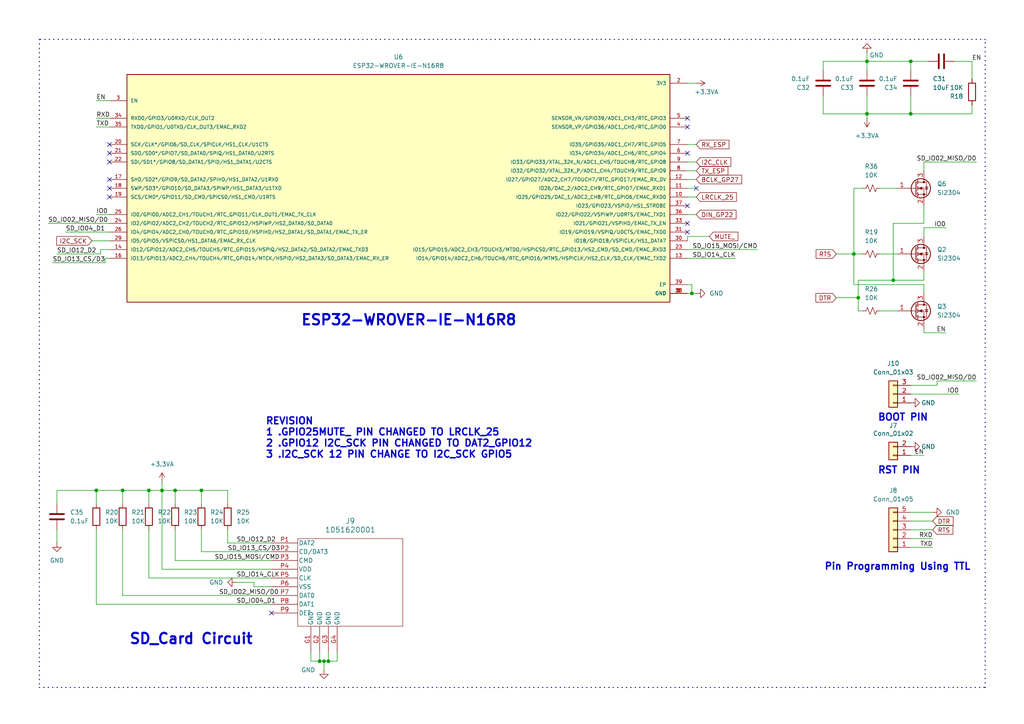
<source format=kicad_sch>
(kicad_sch (version 20250114) (generator "eeschema") (generator_version "9.0")
  (paper "A4")
  (lib_symbols
    (symbol "Connector_Generic:Conn_01x02" (pin_names (offset 1.016) (hide yes))
      (property "Reference" "J" (at 0 2.54 0))
      (property "Value" "Conn_01x02" (at 0 -5.08 0))
      (symbol "Conn_01x02_1_1"
        (rectangle (start -1.27 1.27) (end 1.27 -3.81) (stroke (width 0.254)) (fill (type background)))
        (rectangle (start -1.27 0.127) (end 0 -0.127) (stroke (width 0.1524)))
        (rectangle (start -1.27 -2.413) (end 0 -2.667) (stroke (width 0.1524)))
        (pin passive line (at -5.08 0 0) (length 3.81) (name "Pin_1") (number "1"))
        (pin passive line (at -5.08 -2.54 0) (length 3.81) (name "Pin_2") (number "2"))
      )
    )
    (symbol "Connector_Generic:Conn_01x03" (pin_names (offset 1.016) (hide yes))
      (property "Reference" "J" (at 0 5.08 0))
      (property "Value" "Conn_01x03" (at 0 -5.08 0))
      (symbol "Conn_01x03_1_1"
        (rectangle (start -1.27 3.81) (end 1.27 -3.81) (stroke (width 0.254)) (fill (type background)))
        (rectangle (start -1.27 2.667) (end 0 2.413) (stroke (width 0.1524)))
        (rectangle (start -1.27 0.127) (end 0 -0.127) (stroke (width 0.1524)))
        (rectangle (start -1.27 -2.413) (end 0 -2.667) (stroke (width 0.1524)))
        (pin passive line (at -5.08 2.54 0) (length 3.81) (name "Pin_1") (number "1"))
        (pin passive line (at -5.08 0 0) (length 3.81) (name "Pin_2") (number "2"))
        (pin passive line (at -5.08 -2.54 0) (length 3.81) (name "Pin_3") (number "3"))
      )
    )
    (symbol "Connector_Generic:Conn_01x05" (pin_names (offset 1.016) (hide yes))
      (property "Reference" "J" (at 0 7.62 0))
      (property "Value" "Conn_01x05" (at 0 -7.62 0))
      (symbol "Conn_01x05_1_1"
        (rectangle (start -1.27 6.35) (end 1.27 -6.35) (stroke (width 0.254)) (fill (type background)))
        (rectangle (start -1.27 5.207) (end 0 4.953) (stroke (width 0.1524)))
        (rectangle (start -1.27 2.667) (end 0 2.413) (stroke (width 0.1524)))
        (rectangle (start -1.27 0.127) (end 0 -0.127) (stroke (width 0.1524)))
        (rectangle (start -1.27 -2.413) (end 0 -2.667) (stroke (width 0.1524)))
        (rectangle (start -1.27 -4.953) (end 0 -5.207) (stroke (width 0.1524)))
        (pin passive line (at -5.08 5.08 0) (length 3.81) (name "Pin_1") (number "1"))
        (pin passive line (at -5.08 2.54 0) (length 3.81) (name "Pin_2") (number "2"))
        (pin passive line (at -5.08 0 0) (length 3.81) (name "Pin_3") (number "3"))
        (pin passive line (at -5.08 -2.54 0) (length 3.81) (name "Pin_4") (number "4"))
        (pin passive line (at -5.08 -5.08 0) (length 3.81) (name "Pin_5") (number "5"))
      )
    )
    (symbol "Device:C" (pin_numbers (hide yes)) (pin_names (offset 0.254))
      (property "Reference" "C" (at 0.635 2.54 0))
      (property "Value" "C" (at 0.635 -2.54 0))
      (symbol "C_0_1"
        (polyline (pts (xy -2.032 0.762) (xy 2.032 0.762)) (stroke (width 0.508)))
        (polyline (pts (xy -2.032 -0.762) (xy 2.032 -0.762)) (stroke (width 0.508)))
      )
      (symbol "C_1_1"
        (pin passive line (at 0 3.81 270) (length 2.794) (name "~") (number "1"))
        (pin passive line (at 0 -3.81 90) (length 2.794) (name "~") (number "2"))
      )
    )
    (symbol "Device:Q_NMOS_GSD" (pin_names (offset 0) (hide yes))
      (property "Reference" "Q" (at 5.08 1.27 0))
      (property "Value" "Q_NMOS_GSD" (at 5.08 -1.27 0))
      (symbol "Q_NMOS_GSD_0_1"
        (polyline (pts (xy 0.254 1.905) (xy 0.254 -1.905)) (stroke (width 0.254)))
        (polyline (pts (xy 0.254 0) (xy -2.54 0)))
        (polyline (pts (xy 0.762 2.286) (xy 0.762 1.27)) (stroke (width 0.254)))
        (polyline (pts (xy 0.762 0.508) (xy 0.762 -0.508)) (stroke (width 0.254)))
        (polyline (pts (xy 0.762 -1.27) (xy 0.762 -2.286)) (stroke (width 0.254)))
        (polyline (pts (xy 0.762 -1.778) (xy 3.302 -1.778) (xy 3.302 1.778) (xy 0.762 1.778)))
        (polyline (pts (xy 1.016 0) (xy 2.032 0.381) (xy 2.032 -0.381) (xy 1.016 0)) (fill (type outline)))
        (circle (center 1.651 0) (radius 2.794) (stroke (width 0.254)))
        (polyline (pts (xy 2.54 2.54) (xy 2.54 1.778)))
        (circle (center 2.54 1.778) (radius 0.254) (fill (type outline)))
        (circle (center 2.54 -1.778) (radius 0.254) (fill (type outline)))
        (polyline (pts (xy 2.54 -2.54) (xy 2.54 0) (xy 0.762 0)))
        (polyline (pts (xy 2.794 0.508) (xy 2.921 0.381) (xy 3.683 0.381) (xy 3.81 0.254)))
        (polyline (pts (xy 3.302 0.381) (xy 2.921 -0.254) (xy 3.683 -0.254) (xy 3.302 0.381)))
      )
      (symbol "Q_NMOS_GSD_1_1"
        (pin input line (at -5.08 0 0) (length 2.54) (name "G") (number "1"))
        (pin passive line (at 2.54 5.08 270) (length 2.54) (name "D") (number "3"))
        (pin passive line (at 2.54 -5.08 90) (length 2.54) (name "S") (number "2"))
      )
    )
    (symbol "Device:R" (pin_numbers (hide yes)) (pin_names (offset 0))
      (property "Reference" "R" (at 2.032 0 90))
      (property "Value" "R" (at 0 0 90))
      (symbol "R_0_1"
        (rectangle (start -1.016 -2.54) (end 1.016 2.54) (stroke (width 0.254)))
      )
      (symbol "R_1_1"
        (pin passive line (at 0 3.81 270) (length 1.27) (name "~") (number "1"))
        (pin passive line (at 0 -3.81 90) (length 1.27) (name "~") (number "2"))
      )
    )
    (symbol "Device:R_Small_US" (pin_numbers (hide yes)) (pin_names (offset 0.254) (hide yes))
      (property "Reference" "R" (at 0.762 0.508 0))
      (property "Value" "R_Small_US" (at 0.762 -1.016 0))
      (symbol "R_Small_US_1_1"
        (polyline (pts (xy 0 1.524) (xy 1.016 1.143) (xy 0 0.762) (xy -1.016 0.381) (xy 0 0)))
        (polyline (pts (xy 0 0) (xy 1.016 -0.381) (xy 0 -0.762) (xy -1.016 -1.143) (xy 0 -1.524)))
        (pin passive line (at 0 2.54 270) (length 1.016) (name "~") (number "1"))
        (pin passive line (at 0 -2.54 90) (length 1.016) (name "~") (number "2"))
      )
    )
    (symbol "Dotworld:1051620001" (pin_names (offset 0.254))
      (property "Reference" "J7" (at 22.86 10.16 0))
      (property "Value" "1051620001" (at 22.86 7.62 0))
      (symbol "1051620001_0_1"
        (polyline (pts (xy 7.62 5.08) (xy 7.62 -20.32)) (stroke (width 0.127)))
        (polyline (pts (xy 7.62 -20.32) (xy 38.1 -20.32)) (stroke (width 0.127)))
        (polyline (pts (xy 38.1 5.08) (xy 7.62 5.08)) (stroke (width 0.127)))
        (polyline (pts (xy 38.1 -20.32) (xy 38.1 5.08)) (stroke (width 0.127)))
        (pin bidirectional line (at 0 3.81 0) (length 7.62) (name "DAT2") (number "P1"))
        (pin unspecified line (at 0 1.27 0) (length 7.62) (name "CD/DAT3") (number "P2"))
        (pin unspecified line (at 0 -1.27 0) (length 7.62) (name "CMD") (number "P3"))
        (pin power_in line (at 0 -3.81 0) (length 7.62) (name "VDD") (number "P4"))
        (pin unspecified line (at 0 -6.35 0) (length 7.62) (name "CLK") (number "P5"))
        (pin power_out line (at 0 -8.89 0) (length 7.62) (name "VSS") (number "P6"))
        (pin bidirectional line (at 0 -11.43 0) (length 7.62) (name "DAT0") (number "P7"))
        (pin bidirectional line (at 0 -13.97 0) (length 7.62) (name "DAT1") (number "P8"))
        (pin unspecified line (at 0 -16.51 0) (length 7.62) (name "DET") (number "P9"))
        (pin power_out line (at 11.43 -27.94 90) (length 7.62) (name "GND") (number "G1"))
        (pin power_out line (at 13.97 -27.94 90) (length 7.62) (name "GND") (number "G2"))
        (pin power_out line (at 16.51 -27.94 90) (length 7.62) (name "GND") (number "G3"))
        (pin power_out line (at 19.05 -27.94 90) (length 7.62) (name "GND") (number "G4"))
      )
    )
    (symbol "Dotworld:ESP32-WROVER" (pin_names (offset 1.016))
      (property "Reference" "U9" (at 0 38.1 0))
      (property "Value" "ESP32-WROVER" (at 0 35.56 0))
      (symbol "ESP32-WROVER_0_0"
        (rectangle (start -101.6 33.02) (end 55.88 -33.02) (stroke (width 0.254)) (fill (type background)))
        (pin input line (at -106.68 25.4 0) (length 5.08) (name "EN") (number "3"))
        (pin bidirectional line (at -106.68 20.32 0) (length 5.08) (name "RXD0/GPIO3/U0RXD/CLK_OUT2") (number "34"))
        (pin bidirectional line (at -106.68 17.78 0) (length 5.08) (name "TXD0/GPIO1/U0TXD/CLK_OUT3/EMAC_RXD2") (number "35"))
        (pin bidirectional line (at -106.68 12.7 0) (length 5.08) (name "SCK/CLK*/GPIO6/SD_CLK/SPICLK/HS1_CLK/U1CTS") (number "20"))
        (pin bidirectional line (at -106.68 10.16 0) (length 5.08) (name "SDO/SD0*/GPIO7/SD_DATA0/SPIQ/HS1_DATA0/U2RTS") (number "21"))
        (pin bidirectional line (at -106.68 7.62 0) (length 5.08) (name "SDI/SD1*/GPIO8/SD_DATA1/SPID/HS1_DATA1/U2CTS") (number "22"))
        (pin bidirectional line (at -106.68 2.54 0) (length 5.08) (name "SHD/SD2*/GPIO9/SD_DATA2/SPIHD/HS1_DATA2/U1RXD") (number "17"))
        (pin bidirectional line (at -106.68 0 0) (length 5.08) (name "SWP/SD3*/GPIO10/SD_DATA3/SPIWP/HS1_DATA3/U1TXD") (number "18"))
        (pin bidirectional line (at -106.68 -2.54 0) (length 5.08) (name "SCS/CMD*/GPIO11/SD_CMD/SPICS0/HS1_CMD/U1RTS") (number "19"))
        (pin bidirectional line (at -106.68 -7.62 0) (length 5.08) (name "IO0/GPIO0/ADC2_CH1/TOUCH1/RTC_GPIO11/CLK_OUT1/EMAC_TX_CLK") (number "25"))
        (pin bidirectional line (at -106.68 -10.16 0) (length 5.08) (name "IO2/GPIO2/ADC2_CH2/TOUCH2/RTC_GPIO12/HSPIWP/HS2_DATA0/SD_DATA0") (number "24"))
        (pin bidirectional line (at -106.68 -12.7 0) (length 5.08) (name "IO4/GPIO4/ADC2_CH0/TOUCH0/RTC_GPIO10/HSPIHD/HS2_DATA1/SD_DATA1/EMAC_TX_ER") (number "26"))
        (pin bidirectional line (at -106.68 -15.24 0) (length 5.08) (name "IO5/GPIO5/VSPICS0/HS1_DATA6/EMAC_RX_CLK") (number "29"))
        (pin bidirectional line (at -106.68 -17.78 0) (length 5.08) (name "IO12/GPIO12/ADC2_CH5/TOUCH5/RTC_GPIO15/HSPIQ/HS2_DATA2/SD_DATA2/EMAC_TXD3") (number "14"))
        (pin bidirectional line (at -106.68 -20.32 0) (length 5.08) (name "IO13/GPIO13/ADC2_CH4/TOUCH4/RTC_GPIO14/MTCK/HSPID/HS2_DATA3/SD_DATA3/EMAC_RX_ER") (number "16"))
        (pin power_in line (at 60.96 30.48 180) (length 5.08) (name "3V3") (number "2"))
        (pin bidirectional line (at 60.96 20.32 180) (length 5.08) (name "SENSOR_VN/GPIO39/ADC1_CH3/RTC_GPIO3") (number "5"))
        (pin bidirectional line (at 60.96 17.78 180) (length 5.08) (name "SENSOR_VP/GPIO36/ADC1_CH0/RTC_GPIO0") (number "4"))
        (pin bidirectional line (at 60.96 12.7 180) (length 5.08) (name "IO35/GPIO35/ADC1_CH7/RTC_GPIO5") (number "7"))
        (pin bidirectional line (at 60.96 10.16 180) (length 5.08) (name "IO34/GPIO34/ADC1_CH6/RTC_GPIO4") (number "6"))
        (pin bidirectional line (at 60.96 7.62 180) (length 5.08) (name "IO33/GPIO33/XTAL_32K_N/ADC1_CH5/TOUCH8/RTC_GPIO8") (number "9"))
        (pin bidirectional line (at 60.96 5.08 180) (length 5.08) (name "IO32/GPIO32/XTAL_32K_P/ADC1_CH4/TOUCH9/RTC_GPIO9") (number "8"))
        (pin bidirectional line (at 60.96 2.54 180) (length 5.08) (name "IO27/GPIO27/ADC2_CH7/TOUCH7/RTC_GPIO17/EMAC_RX_DV") (number "12"))
        (pin bidirectional line (at 60.96 0 180) (length 5.08) (name "IO26/DAC_2/ADC2_CH9/RTC_GPIO7/EMAC_RXD1") (number "11"))
        (pin bidirectional line (at 60.96 -2.54 180) (length 5.08) (name "IO25/GPIO25/DAC_1/ADC2_CH8/RTC_GPIO6/EMAC_RXD0") (number "10"))
        (pin bidirectional line (at 60.96 -5.08 180) (length 5.08) (name "IO23/GPIO23/VSPID/HS1_STROBE") (number "37"))
        (pin bidirectional line (at 60.96 -7.62 180) (length 5.08) (name "IO22/GPIO22/VSPIWP/U0RTS/EMAC_TXD1") (number "36"))
        (pin bidirectional line (at 60.96 -10.16 180) (length 5.08) (name "IO21/GPIO21/VSPIHD/EMAC_TX_EN") (number "33"))
        (pin bidirectional line (at 60.96 -12.7 180) (length 5.08) (name "IO19/GPIO19/VSPIQ/U0CTS/EMAC_TXD0") (number "31"))
        (pin bidirectional line (at 60.96 -15.24 180) (length 5.08) (name "IO18/GPIO18/VSPICLK/HS1_DATA7") (number "30"))
        (pin bidirectional line (at 60.96 -17.78 180) (length 5.08) (name "IO15/GPIO15/ADC2_CH3/TOUCH3/MTDO/HSPICS0/RTC_GPIO13/HS2_CMD/SD_CMD/EMAC_RXD3") (number "23"))
        (pin bidirectional line (at 60.96 -20.32 180) (length 5.08) (name "IO14/GPIO14/ADC2_CH6/TOUCH6/RTC_GPIO16/MTMS/HSPICLK/HS2_CLK/SD_CLK/EMAC_TXD2") (number "13"))
        (pin power_in line (at 60.96 -27.94 180) (length 5.08) (name "EP") (number "39"))
        (pin power_in line (at 60.96 -30.48 180) (length 5.08) (name "GND") (number "1"))
        (pin power_in line (at 60.96 -30.48 180) (length 5.08) (name "GND") (number "15"))
        (pin power_in line (at 60.96 -30.48 180) (length 5.08) (name "GND") (number "38"))
      )
    )
    (symbol "power:+3.3VA" (power) (pin_names (offset 0))
      (property "Value" "+3.3VA" (at 0 3.556 0))
      (symbol "+3.3VA_0_1"
        (polyline (pts (xy -0.762 1.27) (xy 0 2.54)))
        (polyline (pts (xy 0 2.54) (xy 0.762 1.27)))
        (polyline (pts (xy 0 0) (xy 0 2.54)))
      )
      (symbol "+3.3VA_1_1"
        (pin power_in line (at 0 0 90) (length 0) (hide yes) (name "+3.3VA") (number "1"))
      )
    )
    (symbol "power:GND" (power) (pin_names (offset 0))
      (property "Value" "GND" (at 0 -3.81 0))
      (symbol "GND_0_1"
        (polyline (pts (xy 0 0) (xy 0 -1.27) (xy 1.27 -1.27) (xy 0 -2.54) (xy -1.27 -1.27) (xy 0 -1.27)))
      )
      (symbol "GND_1_1"
        (pin power_in line (at 0 0 270) (length 0) (hide yes) (name "GND") (number "1"))
      )
    )
  )
  (text "BOOT PIN\n\n\n" (at 254.508 128.778 0) (effects (font (size 2 2) (thickness 0.4) (bold yes)) (justify left bottom)))
  (text "RST PIN\n" (at 254.508 137.668 0) (effects (font (size 2 2) (thickness 0.4) (bold yes)) (justify left bottom)))
  (text "ESP32-WROVER-IE-N16R8" (at 87.122 94.742 0) (effects (font (size 3 3) (thickness 0.6) (bold yes)) (justify left bottom)))
  (text "Pin Programming Using TTL \n" (at 239.014 165.608 0) (effects (font (size 2 2) (thickness 0.4) (bold yes)) (justify left bottom)))
  (text "SD_Card Circuit\n" (at 37.338 187.198 0) (effects (font (size 3 3) (thickness 0.6) (bold yes)) (justify left bottom)))
  (text "REVISION\n1 .GPIO25MUTE_ PIN CHANGED TO LRCLK_25\n2 .GPIO12 I2C_SCK PIN CHANGED TO DAT2_GPIO12\n3 .I2C_SCK 12 PIN CHANGE TO I2C_SCK GPIO5" (at 76.962 133.096 0) (effects (font (size 2 2) (thickness 0.4) (bold yes)) (justify left bottom)))
  (junction (at 259.08 81.28))
  (junction (at 251.46 33.02))
  (junction (at 58.42 142.24))
  (junction (at 264.16 33.02))
  (junction (at 248.92 86.36))
  (junction (at 93.98 191.77))
  (junction (at 92.71 191.77))
  (junction (at 43.18 142.24))
  (junction (at 251.46 17.78))
  (junction (at 247.65 73.66))
  (junction (at 264.16 17.78))
  (junction (at 35.56 142.24))
  (junction (at 27.94 142.24))
  (junction (at 46.99 142.24))
  (junction (at 50.8 142.24))
  (junction (at 200.66 85.09))
  (junction (at 95.25 191.77))
  (no_connect (at 199.39 64.77))
  (no_connect (at 199.39 67.31))
  (no_connect (at 31.75 46.99))
  (no_connect (at 199.39 36.83))
  (no_connect (at 31.75 54.61))
  (no_connect (at 31.75 44.45))
  (no_connect (at 78.74 177.8))
  (no_connect (at 199.39 59.69))
  (no_connect (at 31.75 52.07))
  (no_connect (at 201.93 54.61))
  (no_connect (at 31.75 41.91))
  (no_connect (at 31.75 57.15))
  (no_connect (at 199.39 44.45))
  (no_connect (at 199.39 34.29))
  (wire (pts (xy 73.66 168.91) (xy 73.66 170.18)))
  (wire (pts (xy 247.65 73.66) (xy 250.19 73.66)))
  (wire (pts (xy 46.99 139.7) (xy 46.99 142.24)))
  (wire (pts (xy 201.93 54.61) (xy 199.39 54.61)))
  (wire (pts (xy 16.51 142.24) (xy 27.94 142.24)))
  (wire (pts (xy 58.42 153.67) (xy 58.42 160.02)))
  (wire (pts (xy 267.97 82.55) (xy 247.65 82.55)))
  (wire (pts (xy 259.08 81.28) (xy 248.92 81.28)))
  (wire (pts (xy 238.76 20.32) (xy 238.76 17.78)))
  (wire (pts (xy 16.51 73.66) (xy 29.21 73.66)))
  (wire (pts (xy 90.17 189.23) (xy 90.17 191.77)))
  (wire (pts (xy 50.8 162.56) (xy 78.74 162.56)))
  (wire (pts (xy 35.56 142.24) (xy 43.18 142.24)))
  (wire (pts (xy 200.66 82.55) (xy 200.66 85.09)))
  (wire (pts (xy 259.08 64.77) (xy 267.97 64.77)))
  (wire (pts (xy 199.39 68.58) (xy 199.39 69.85)))
  (wire (pts (xy 68.58 168.91) (xy 73.66 168.91)))
  (wire (pts (xy 46.99 165.1) (xy 46.99 142.24)))
  (wire (pts (xy 259.08 81.28) (xy 259.08 64.77)))
  (wire (pts (xy 43.18 142.24) (xy 43.18 146.05)))
  (wire (pts (xy 267.97 66.04) (xy 274.32 66.04)))
  (wire (pts (xy 251.46 20.32) (xy 251.46 17.78)))
  (wire (pts (xy 29.21 72.39) (xy 31.75 72.39)))
  (wire (pts (xy 199.39 82.55) (xy 200.66 82.55)))
  (wire (pts (xy 271.78 110.49) (xy 271.78 111.76)))
  (wire (pts (xy 264.16 153.67) (xy 270.51 153.67)))
  (wire (pts (xy 199.39 85.09) (xy 200.66 85.09)))
  (wire (pts (xy 30.48 76.2) (xy 30.48 74.93)))
  (wire (pts (xy 200.66 85.09) (xy 201.93 85.09)))
  (wire (pts (xy 199.39 46.99) (xy 201.93 46.99)))
  (wire (pts (xy 30.48 74.93) (xy 31.75 74.93)))
  (wire (pts (xy 78.74 165.1) (xy 46.99 165.1)))
  (wire (pts (xy 248.92 86.36) (xy 248.92 90.17)))
  (wire (pts (xy 251.46 33.02) (xy 238.76 33.02)))
  (wire (pts (xy 281.94 33.02) (xy 264.16 33.02)))
  (wire (pts (xy 201.93 57.15) (xy 199.39 57.15)))
  (wire (pts (xy 213.36 74.93) (xy 199.39 74.93)))
  (wire (pts (xy 264.16 17.78) (xy 251.46 17.78)))
  (wire (pts (xy 205.74 68.58) (xy 199.39 68.58)))
  (wire (pts (xy 238.76 33.02) (xy 238.76 27.94)))
  (wire (pts (xy 13.97 64.77) (xy 31.75 64.77)))
  (wire (pts (xy 27.94 29.21) (xy 31.75 29.21)))
  (wire (pts (xy 251.46 17.78) (xy 251.46 15.24)))
  (wire (pts (xy 43.18 167.64) (xy 78.74 167.64)))
  (wire (pts (xy 281.94 30.48) (xy 281.94 33.02)))
  (wire (pts (xy 281.94 17.78) (xy 281.94 22.86)))
  (wire (pts (xy 251.46 34.29) (xy 251.46 33.02)))
  (wire (pts (xy 271.78 111.76) (xy 264.16 111.76)))
  (wire (pts (xy 264.16 114.3) (xy 278.13 114.3)))
  (wire (pts (xy 267.97 96.52) (xy 274.32 96.52)))
  (wire (pts (xy 35.56 142.24) (xy 35.56 146.05)))
  (wire (pts (xy 92.71 191.77) (xy 93.98 191.77)))
  (wire (pts (xy 201.93 24.13) (xy 199.39 24.13)))
  (wire (pts (xy 247.65 73.66) (xy 247.65 82.55)))
  (wire (pts (xy 267.97 85.09) (xy 267.97 82.55)))
  (wire (pts (xy 255.27 54.61) (xy 260.35 54.61)))
  (wire (pts (xy 267.97 64.77) (xy 267.97 59.69)))
  (wire (pts (xy 93.98 194.31) (xy 93.98 191.77)))
  (wire (pts (xy 16.51 153.67) (xy 16.51 157.48)))
  (wire (pts (xy 90.17 191.77) (xy 92.71 191.77)))
  (wire (pts (xy 27.94 36.83) (xy 31.75 36.83)))
  (wire (pts (xy 93.98 191.77) (xy 95.25 191.77)))
  (wire (pts (xy 29.21 73.66) (xy 29.21 72.39)))
  (wire (pts (xy 27.94 175.26) (xy 78.74 175.26)))
  (wire (pts (xy 27.94 153.67) (xy 27.94 175.26)))
  (wire (pts (xy 251.46 17.78) (xy 238.76 17.78)))
  (wire (pts (xy 247.65 54.61) (xy 250.19 54.61)))
  (wire (pts (xy 264.16 33.02) (xy 251.46 33.02)))
  (wire (pts (xy 267.97 68.58) (xy 267.97 66.04)))
  (wire (pts (xy 264.16 20.32) (xy 264.16 17.78)))
  (wire (pts (xy 31.75 62.23) (xy 27.94 62.23)))
  (wire (pts (xy 264.16 151.13) (xy 270.51 151.13)))
  (wire (pts (xy 264.16 148.59) (xy 270.51 148.59)))
  (wire (pts (xy 267.97 78.74) (xy 267.97 81.28)))
  (wire (pts (xy 50.8 142.24) (xy 58.42 142.24)))
  (wire (pts (xy 58.42 160.02) (xy 78.74 160.02)))
  (wire (pts (xy 50.8 153.67) (xy 50.8 162.56)))
  (wire (pts (xy 19.05 67.31) (xy 31.75 67.31)))
  (wire (pts (xy 43.18 142.24) (xy 46.99 142.24)))
  (wire (pts (xy 248.92 90.17) (xy 250.19 90.17)))
  (wire (pts (xy 264.16 156.21) (xy 270.51 156.21)))
  (wire (pts (xy 95.25 191.77) (xy 97.79 191.77)))
  (wire (pts (xy 35.56 172.72) (xy 78.74 172.72)))
  (wire (pts (xy 255.27 90.17) (xy 260.35 90.17)))
  (bus (pts (xy 285.75 199.39) (xy 285.75 11.43)) (stroke (width 0) (type dot)))
  (bus (pts (xy 285.75 11.43) (xy 11.43 11.43)) (stroke (width 0) (type dot)))
  (wire (pts (xy 97.79 191.77) (xy 97.79 189.23)))
  (wire (pts (xy 264.16 33.02) (xy 264.16 27.94)))
  (wire (pts (xy 43.18 153.67) (xy 43.18 167.64)))
  (wire (pts (xy 264.16 132.08) (xy 267.97 132.08)))
  (wire (pts (xy 27.94 142.24) (xy 35.56 142.24)))
  (wire (pts (xy 271.78 110.49) (xy 283.21 110.49)))
  (wire (pts (xy 242.57 73.66) (xy 247.65 73.66)))
  (wire (pts (xy 66.04 142.24) (xy 66.04 146.05)))
  (wire (pts (xy 276.86 17.78) (xy 281.94 17.78)))
  (wire (pts (xy 269.24 17.78) (xy 264.16 17.78)))
  (wire (pts (xy 16.51 146.05) (xy 16.51 142.24)))
  (wire (pts (xy 267.97 81.28) (xy 259.08 81.28)))
  (wire (pts (xy 219.71 72.39) (xy 199.39 72.39)))
  (wire (pts (xy 26.67 69.85) (xy 31.75 69.85)))
  (wire (pts (xy 73.66 170.18) (xy 78.74 170.18)))
  (wire (pts (xy 267.97 46.99) (xy 283.21 46.99)))
  (wire (pts (xy 50.8 142.24) (xy 50.8 146.05)))
  (wire (pts (xy 27.94 34.29) (xy 31.75 34.29)))
  (wire (pts (xy 267.97 49.53) (xy 267.97 46.99)))
  (wire (pts (xy 201.93 52.07) (xy 199.39 52.07)))
  (wire (pts (xy 264.16 158.75) (xy 270.51 158.75)))
  (wire (pts (xy 58.42 142.24) (xy 58.42 146.05)))
  (wire (pts (xy 199.39 62.23) (xy 201.93 62.23)))
  (wire (pts (xy 247.65 73.66) (xy 247.65 54.61)))
  (wire (pts (xy 35.56 153.67) (xy 35.56 172.72)))
  (bus (pts (xy 11.43 199.39) (xy 285.75 199.39)) (stroke (width 0) (type dot)))
  (wire (pts (xy 46.99 142.24) (xy 50.8 142.24)))
  (wire (pts (xy 66.04 157.48) (xy 78.74 157.48)))
  (wire (pts (xy 199.39 49.53) (xy 201.93 49.53)))
  (wire (pts (xy 95.25 189.23) (xy 95.25 191.77)))
  (wire (pts (xy 267.97 96.52) (xy 267.97 95.25)))
  (wire (pts (xy 251.46 33.02) (xy 251.46 27.94)))
  (wire (pts (xy 27.94 146.05) (xy 27.94 142.24)))
  (wire (pts (xy 58.42 142.24) (xy 66.04 142.24)))
  (wire (pts (xy 92.71 189.23) (xy 92.71 191.77)))
  (wire (pts (xy 66.04 153.67) (xy 66.04 157.48)))
  (wire (pts (xy 255.27 73.66) (xy 260.35 73.66)))
  (wire (pts (xy 199.39 41.91) (xy 201.93 41.91)))
  (wire (pts (xy 242.57 86.36) (xy 248.92 86.36)))
  (bus (pts (xy 11.43 11.43) (xy 11.43 199.39)) (stroke (width 0) (type dot)))
  (wire (pts (xy 248.92 81.28) (xy 248.92 86.36)))
  (wire (pts (xy 30.48 76.2) (xy 15.24 76.2)))
  (label "IO0" (at 278.13 114.3 180))
  (label "SD_IO02_MISO{slash}D0" (at 63.5 172.72 0))
  (label "RXD" (at 27.94 34.29 0))
  (label "SD_IO02_MISO{slash}D0" (at 283.21 46.99 180))
  (label "SD_IO12_D2" (at 68.58 157.48 0))
  (label "SD_IO13_CS{slash}D3" (at 15.24 76.2 0))
  (label "IO0" (at 27.94 62.23 0))
  (label "TXD" (at 27.94 36.83 0))
  (label "SD_IO14_CLK" (at 68.58 167.64 0))
  (label "TXD" (at 270.51 158.75 180))
  (label "RXD" (at 270.51 156.21 180))
  (label "IO0" (at 274.32 66.04 180))
  (label "SD_IO15_MOSI{slash}CMD" (at 219.71 72.39 180))
  (label "SD_IO14_CLK" (at 213.36 74.93 180))
  (label "EN" (at 267.97 132.08 180))
  (label "SD_IO15_MOSI{slash}CMD" (at 62.23 162.56 0))
  (label "SD_IO13_CS{slash}D3" (at 66.04 160.02 0))
  (label "SD_IO04_D1" (at 19.05 67.31 0))
  (label "SD_IO04_D1" (at 68.58 175.26 0))
  (label "EN" (at 281.94 17.78 0))
  (label "EN" (at 274.32 96.52 180))
  (label "SD_IO02_MISO{slash}D0" (at 13.97 64.77 0))
  (label "SD_IO02_MISO{slash}D0" (at 283.21 110.49 180))
  (label "SD_IO12_D2" (at 16.51 73.66 0))
  (label "EN" (at 27.94 29.21 0))
  (global_label "DTR" (shape input) (at 270.51 151.13 0) (property "Intersheetrefs" "${INTERSHEET_REFS}" (effects (hide yes))))
  (global_label "RTS" (shape input) (at 270.51 153.67 0) (property "Intersheetrefs" "${INTERSHEET_REFS}" (effects (hide yes))))
  (global_label "MUTE_" (shape input) (at 205.74 68.58 0) (property "Intersheetrefs" "${INTERSHEET_REFS}" (effects (hide yes))))
  (global_label "DIN_GP22" (shape input) (at 201.93 62.23 0) (property "Intersheetrefs" "${INTERSHEET_REFS}" (effects (hide yes))))
  (global_label "I2C_CLK" (shape input) (at 201.93 46.99 0) (property "Intersheetrefs" "${INTERSHEET_REFS}" (effects (hide yes))))
  (global_label "RTS" (shape input) (at 242.57 73.66 180) (property "Intersheetrefs" "${INTERSHEET_REFS}" (effects (hide yes))))
  (global_label "RX_ESP" (shape input) (at 201.93 41.91 0) (property "Intersheetrefs" "${INTERSHEET_REFS}" (effects (hide yes))))
  (global_label "BCLK_GP27" (shape input) (at 201.93 52.07 0) (property "Intersheetrefs" "${INTERSHEET_REFS}" (effects (hide yes))))
  (global_label "LRCLK_25" (shape input) (at 201.93 57.15 0) (property "Intersheetrefs" "${INTERSHEET_REFS}" (effects (hide yes))))
  (global_label "DTR" (shape input) (at 242.57 86.36 180) (property "Intersheetrefs" "${INTERSHEET_REFS}" (effects (hide yes))))
  (global_label "TX_ESP" (shape input) (at 201.93 49.53 0) (property "Intersheetrefs" "${INTERSHEET_REFS}" (effects (hide yes))))
  (global_label "I2C_SCK" (shape input) (at 26.67 69.85 180) (property "Intersheetrefs" "${INTERSHEET_REFS}" (effects (hide yes))))
  (symbol (lib_id "Device:R") (at 43.18 149.86 0) (unit 1)
    (property "Reference" "R22" (at 45.72 148.59 0) (effects (justify left)))
    (property "Value" "10K" (at 45.72 151.13 0) (effects (justify left)))
    (property "Footprint" "Resistor_SMD:R_0402_1005Metric" (effects (hide yes)))
  )
  (symbol (lib_id "power:+3.3VA") (at 251.46 34.29 180) (unit 1)
    (property "Reference" "#PWR046" (effects (hide yes)))
    (property "Value" "+3.3VA" (at 251.46 39.37 0))
  )
  (symbol (lib_id "Device:R") (at 58.42 149.86 0) (unit 1)
    (property "Reference" "R24" (at 60.96 148.59 0) (effects (justify left)))
    (property "Value" "10K" (at 60.96 151.13 0) (effects (justify left)))
    (property "Footprint" "Resistor_SMD:R_0402_1005Metric" (effects (hide yes)))
  )
  (symbol (lib_id "Device:Q_NMOS_GSD") (at 265.43 73.66 0) (unit 1)
    (property "Reference" "Q2" (at 271.78 72.39 0) (effects (justify left)))
    (property "Value" "SI2304" (at 271.78 74.93 0) (effects (justify left)))
    (property "Footprint" "Package_TO_SOT_SMD:SOT-23" (effects (hide yes)))
    (property "Part No" "SI2304DDS-T1-GE3" (effects (hide yes)))
  )
  (symbol (lib_id "Device:R_Small_US") (at 252.73 73.66 90) (unit 1)
    (property "Reference" "R19" (at 252.73 67.31 90))
    (property "Value" "10K" (at 252.73 69.85 90))
    (property "Footprint" "Resistor_SMD:R_0402_1005Metric" (effects (hide yes)))
    (property "Part No" "RC0603JR-0710KL" (effects (hide yes)))
  )
  (symbol (lib_id "Device:R") (at 281.94 26.67 180) (unit 1)
    (property "Reference" "R18" (at 279.4 27.94 0) (effects (justify left)))
    (property "Value" "10K" (at 279.4 25.4 0) (effects (justify left)))
    (property "Footprint" "Resistor_SMD:R_0402_1005Metric" (effects (hide yes)))
  )
  (symbol (lib_id "Device:R") (at 50.8 149.86 0) (unit 1)
    (property "Reference" "R23" (at 53.34 148.59 0) (effects (justify left)))
    (property "Value" "10K" (at 53.34 151.13 0) (effects (justify left)))
    (property "Footprint" "Resistor_SMD:R_0402_1005Metric" (effects (hide yes)))
  )
  (symbol (lib_id "Device:C") (at 264.16 24.13 180) (unit 1)
    (property "Reference" "C34" (at 260.35 25.4 0) (effects (justify left)))
    (property "Value" "0.1uF" (at 260.35 22.86 0) (effects (justify left)))
    (property "Footprint" "Capacitor_SMD:C_0603_1608Metric" (effects (hide yes)))
  )
  (symbol (lib_id "Dotworld:ESP32-WROVER") (at 138.43 54.61 0) (unit 1)
    (property "Reference" "U6" (at 115.57 16.51 0))
    (property "Value" "ESP32-WROVER-IE-N16R8" (at 115.57 19.05 0))
    (property "Footprint" "Dotworld:XCVR_ESP32-WROVER" (effects (hide yes)))
    (property "Description" "\nBluetooth, WiFi 802.11b/g/n, Bluetooth v4.2 +EDR, Class 1, 2 and 3 Transceiver Module 2.4GHz ~ 2.5GHz Antenna Not Included, I-PEX Surface Mount\n" (effects (hide yes)))
    (property "MF" "Espressif Systems" (effects (hide yes)))
    (property "MAXIMUM_PACKAGE_HEIGHT" "3.4mm" (effects (hide yes)))
    (property "Package" "None" (effects (hide yes)))
    (property "Price" "None" (effects (hide yes)))
    (property "Check_prices" "https://www.snapeda.com/parts/ESP32-WROVER/Espressif+Systems/view-part/?ref=eda" (effects (hide yes)))
    (property "STANDARD" "Manufacturer Recommendations" (effects (hide yes)))
    (property "PARTREV" "2.2" (effects (hide yes)))
    (property "SnapEDA_Link" "https://www.snapeda.com/parts/ESP32-WROVER/Espressif+Systems/view-part/?ref=snap" (effects (hide yes)))
    (property "MP" "ESP32-WROVER" (effects (hide yes)))
    (property "Availability" "In Stock" (effects (hide yes)))
    (property "MANUFACTURER" "Espressif Systems" (effects (hide yes)))
  )
  (symbol (lib_id "power:GND") (at 251.46 15.24 180) (unit 1)
    (property "Reference" "#PWR044" (effects (hide yes)))
    (property "Value" "GND" (at 254.254 16.002 0))
  )
  (symbol (lib_id "Device:Q_NMOS_GSD") (at 265.43 54.61 0) (unit 1)
    (property "Reference" "Q6" (at 271.78 53.34 0) (effects (justify left)))
    (property "Value" "SI2304" (at 271.78 55.88 0) (effects (justify left)))
    (property "Footprint" "Package_TO_SOT_SMD:SOT-23" (effects (hide yes)))
    (property "Part No" "SI2304DDS-T1-GE3" (effects (hide yes)))
  )
  (symbol (lib_id "Dotworld:1051620001") (at 78.74 161.29 0) (unit 1)
    (property "Reference" "J9" (at 101.6 151.13 0) (effects (font (size 1.524 1.524))))
    (property "Value" "1051620001" (at 101.6 153.67 0) (effects (font (size 1.524 1.524))))
    (property "Footprint" "Dotworld:105162-0001_MOL" (effects (hide yes)))
    (property "Datasheet" "1051620001" (effects (hide yes)))
  )
  (symbol (lib_id "power:GND") (at 264.16 129.54 90) (unit 1)
    (property "Reference" "#PWR045" (effects (hide yes)))
    (property "Value" "GND" (at 269.24 129.54 90))
  )
  (symbol (lib_id "Device:C") (at 238.76 24.13 180) (unit 1)
    (property "Reference" "C32" (at 234.95 25.4 0) (effects (justify left)))
    (property "Value" "0.1uF" (at 234.95 22.86 0) (effects (justify left)))
    (property "Footprint" "Capacitor_SMD:C_0603_1608Metric" (effects (hide yes)))
  )
  (symbol (lib_id "Device:C") (at 16.51 149.86 0) (unit 1)
    (property "Reference" "C35" (at 20.32 148.59 0) (effects (justify left)))
    (property "Value" "0.1uF" (at 20.32 151.13 0) (effects (justify left)))
    (property "Footprint" "Capacitor_SMD:C_0603_1608Metric" (effects (hide yes)))
  )
  (symbol (lib_id "power:GND") (at 264.16 116.84 90) (unit 1)
    (property "Reference" "#PWR067" (effects (hide yes)))
    (property "Value" "GND" (at 269.24 116.84 90))
  )
  (symbol (lib_id "Device:R") (at 66.04 149.86 0) (unit 1)
    (property "Reference" "R25" (at 68.58 148.59 0) (effects (justify left)))
    (property "Value" "10K" (at 68.58 151.13 0) (effects (justify left)))
    (property "Footprint" "Resistor_SMD:R_0402_1005Metric" (effects (hide yes)))
  )
  (symbol (lib_id "Connector_Generic:Conn_01x02") (at 259.08 132.08 180) (unit 1)
    (property "Reference" "J7" (at 259.08 123.444 0))
    (property "Value" "Conn_01x02" (at 259.08 125.73 0))
    (property "Footprint" "Connector_PinHeader_1.27mm:PinHeader_1x02_P1.27mm_Vertical" (effects (hide yes)))
  )
  (symbol (lib_id "Device:R_Small_US") (at 252.73 90.17 90) (unit 1)
    (property "Reference" "R26" (at 252.73 83.82 90))
    (property "Value" "10K" (at 252.73 86.36 90))
    (property "Footprint" "Resistor_SMD:R_0402_1005Metric" (effects (hide yes)))
    (property "Part No" "RC0603JR-0710KL" (effects (hide yes)))
  )
  (symbol (lib_id "power:GND") (at 68.58 168.91 270) (unit 1)
    (property "Reference" "#PWR051" (effects (hide yes)))
    (property "Value" "GND" (at 64.77 168.91 90) (effects (justify right)))
  )
  (symbol (lib_id "Device:C") (at 273.05 17.78 270) (unit 1)
    (property "Reference" "C31" (at 270.51 22.86 90) (effects (justify left)))
    (property "Value" "10uF" (at 270.51 25.4 90) (effects (justify left)))
    (property "Footprint" "Capacitor_SMD:C_0603_1608Metric" (effects (hide yes)))
  )
  (symbol (lib_id "Device:Q_NMOS_GSD") (at 265.43 90.17 0) (unit 1)
    (property "Reference" "Q3" (at 271.78 88.9 0) (effects (justify left)))
    (property "Value" "SI2304" (at 271.78 91.44 0) (effects (justify left)))
    (property "Footprint" "Package_TO_SOT_SMD:SOT-23" (effects (hide yes)))
    (property "Part No" "SI2304DDS-T1-GE3" (effects (hide yes)))
  )
  (symbol (lib_id "Connector_Generic:Conn_01x05") (at 259.08 153.67 180) (unit 1)
    (property "Reference" "J8" (at 259.08 142.24 0))
    (property "Value" "Conn_01x05" (at 259.08 144.78 0))
    (property "Footprint" "Connector_JST:JST_PH_B5B-PH-K_1x05_P2.00mm_Vertical" (effects (hide yes)))
  )
  (symbol (lib_id "Device:R") (at 27.94 149.86 0) (unit 1)
    (property "Reference" "R20" (at 30.48 148.59 0) (effects (justify left)))
    (property "Value" "10K" (at 30.48 151.13 0) (effects (justify left)))
    (property "Footprint" "Resistor_SMD:R_0402_1005Metric" (effects (hide yes)))
  )
  (symbol (lib_id "Device:R_Small_US") (at 252.73 54.61 90) (unit 1)
    (property "Reference" "R36" (at 252.73 48.26 90))
    (property "Value" "10K" (at 252.73 50.8 90))
    (property "Footprint" "Resistor_SMD:R_0402_1005Metric" (effects (hide yes)))
    (property "Part No" "RC0603JR-0710KL" (effects (hide yes)))
  )
  (symbol (lib_id "Device:R") (at 35.56 149.86 0) (unit 1)
    (property "Reference" "R21" (at 38.1 148.59 0) (effects (justify left)))
    (property "Value" "10K" (at 38.1 151.13 0) (effects (justify left)))
    (property "Footprint" "Resistor_SMD:R_0402_1005Metric" (effects (hide yes)))
  )
  (symbol (lib_id "power:GND") (at 201.93 85.09 90) (unit 1)
    (property "Reference" "#PWR047" (effects (hide yes)))
    (property "Value" "GND" (at 205.74 85.09 90) (effects (justify right)))
  )
  (symbol (lib_id "power:GND") (at 270.51 148.59 90) (unit 1)
    (property "Reference" "#PWR049" (effects (hide yes)))
    (property "Value" "GND" (at 274.32 148.59 90) (effects (justify right)))
  )
  (symbol (lib_id "Connector_Generic:Conn_01x03") (at 259.08 114.3 180) (unit 1)
    (property "Reference" "J10" (at 259.08 105.41 0))
    (property "Value" "Conn_01x03" (at 259.08 107.95 0))
    (property "Footprint" "Connector_PinHeader_1.27mm:PinHeader_1x03_P1.27mm_Vertical" (effects (hide yes)))
    (property "Description" "Generic connector, single row, 01x03, script generated (kicad-library-utils/schlib/autogen/connector/)" (effects (hide yes)))
  )
  (symbol (lib_id "Device:C") (at 251.46 24.13 180) (unit 1)
    (property "Reference" "C33" (at 247.65 25.4 0) (effects (justify left)))
    (property "Value" "0.1uF" (at 247.65 22.86 0) (effects (justify left)))
    (property "Footprint" "Capacitor_SMD:C_0603_1608Metric" (effects (hide yes)))
  )
  (symbol (lib_id "power:GND") (at 93.98 194.31 0) (unit 1)
    (property "Reference" "#PWR052" (effects (hide yes)))
    (property "Value" "GND" (at 91.44 194.31 0) (effects (justify right)))
  )
  (symbol (lib_id "power:+3.3VA") (at 46.99 139.7 0) (unit 1)
    (property "Reference" "#PWR048" (effects (hide yes)))
    (property "Value" "+3.3VA" (at 46.99 134.62 0))
  )
  (symbol (lib_id "power:+3.3VA") (at 201.93 24.13 270) (unit 1)
    (property "Reference" "#PWR059" (effects (hide yes)))
    (property "Value" "+3.3VA" (at 201.422 26.67 90) (effects (justify left)))
  )
  (symbol (lib_id "power:GND") (at 16.51 157.48 0) (unit 1)
    (property "Reference" "#PWR050" (effects (hide yes)))
    (property "Value" "GND" (at 16.51 162.56 0))
  )
)
</source>
